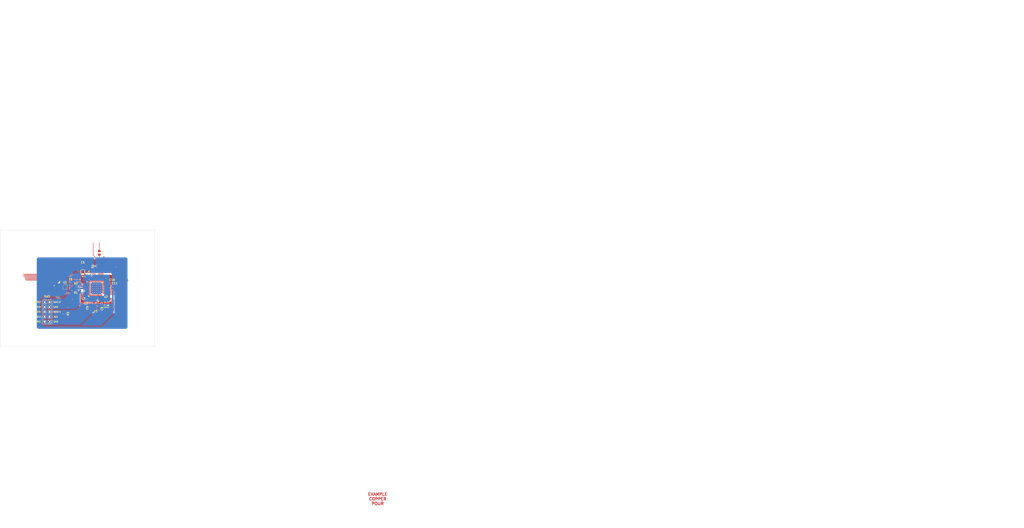
<source format=kicad_pcb>
(kicad_pcb (version 20210925) (generator pcbnew)
  (title_block (title "Joker template") (date "2021-09-11") (rev "V1.0.0") (company "Designed by Gondolindrim") (comment 1 "For the Acheron Project"))
  (layers (0 "F.Cu" signal) (31 "B.Cu" signal) (34 "B.Paste" user) (35 "F.Paste" user) (36 "B.SilkS" user "B.Silkscreen") (37 "F.SilkS" user "F.Silkscreen") (38 "B.Mask" user) (39 "F.Mask" user) (44 "Edge.Cuts" user))
  (net 0 "")
  (net 1 "Net-(C11-Pad2)")
  (net 2 "GND")
  (net 3 "3V3")
  (net 4 "5V")
  (net 5 "XTAL_OUT")
  (net 6 "XTAL_IN")
  (net 7 "SDA")
  (net 8 "SCL")
  (net 9 "D+")
  (net 10 "/PA9")
  (net 11 "unconnected-(U2-Pad2)")
  (net 12 "unconnected-(U2-Pad3)")
  (net 13 "unconnected-(U2-Pad4)")
  (net 14 "NRST")
  (net 15 "unconnected-(U2-Pad10)")
  (net 16 "unconnected-(U2-Pad11)")
  (net 17 "unconnected-(U2-Pad12)")
  (net 18 "unconnected-(U2-Pad13)")
  (net 19 "unconnected-(U2-Pad14)")
  (net 20 "unconnected-(U2-Pad15)")
  (net 21 "LED_PWM")
  (net 22 "unconnected-(U2-Pad17)")
  (net 23 "unconnected-(U2-Pad18)")
  (net 24 "CAPS_INDICATOR")
  (net 25 "PB2{slash}BOOT1")
  (net 26 "unconnected-(U2-Pad21)")
  (net 27 "unconnected-(U2-Pad25)")
  (net 28 "unconnected-(U2-Pad26)")
  (net 29 "unconnected-(U2-Pad27)")
  (net 30 "RGB_3V3")
  (net 31 "unconnected-(U2-Pad29)")
  (net 32 "unconnected-(U2-Pad31)")
  (net 33 "D-")
  (net 34 "SWDIO")
  (net 35 "SWCLK")
  (net 36 "unconnected-(U2-Pad38)")
  (net 37 "unconnected-(U2-Pad39)")
  (net 38 "unconnected-(U2-Pad40)")
  (net 39 "unconnected-(U2-Pad41)")
  (net 40 "BOOT0")
  (net 41 "unconnected-(U2-Pad45)")
  (net 42 "unconnected-(U2-Pad46)")
  (footprint "acheron_Components:TSSOP-8_4.4x3mm_P0.65mm" (layer "F.Cu") (at 224.4 124.499999)
    (fp_text reference "U1" (at 0 -2.45) (layer "F.SilkS") (effects (font (thickness 0.2))))
    (fp_text value "BL24C256A-SFRC")
    (pad "1" smd roundrect locked (at -2.8625 -0.975) (size 1.475 0.4) (layers "F.Cu" "F.Paste" "F.Mask") (roundrect_rratio 0.5) (net 2 "GND"))
    (pad "2" smd rect locked (at -2.8625 -0.325) (size 1.475 0.4) (layers "F.Cu" "F.Paste" "F.Mask") (net 2 "GND"))
    (pad "3" smd rect locked (at -2.8625 0.325) (size 1.475 0.4) (layers "F.Cu" "F.Paste" "F.Mask") (net 2 "GND"))
    (pad "4" smd rect locked (at -2.8625 0.975) (size 1.475 0.4) (layers "F.Cu" "F.Paste" "F.Mask") (net 2 "GND"))
    (pad "5" smd rect locked (at 2.8625 0.975) (size 1.475 0.4) (layers "F.Cu" "F.Paste" "F.Mask") (net 7 "SDA"))
    (pad "6" smd rect locked (at 2.8625 0.325) (size 1.475 0.4) (layers "F.Cu" "F.Paste" "F.Mask") (net 8 "SCL"))
    (pad "7" smd rect locked (at 2.8625 -0.325) (size 1.475 0.4) (layers "F.Cu" "F.Paste" "F.Mask") (net 2 "GND"))
    (pad "8" smd rect locked (at 2.8625 -0.975) (size 1.475 0.4) (layers "F.Cu" "F.Paste" "F.Mask") (net 3 "3V3"))
  )
  (footprint "Capacitor_SMD:C_0402_1005Metric" (layer "F.Cu") (at 237.349972 134.999999 -90)
    (fp_text reference "C9" (at 0.35 1.4 90) (layer "F.SilkS") (effects (font (thickness 0.2))))
    (fp_text value "16p")
    (pad "1" smd roundrect locked (at -0.48 0 270) (size 0.56 0.62) (layers "F.Cu" "F.Paste" "F.Mask") (net 6 "XTAL_IN"))
    (pad "2" smd roundrect locked (at 0.48 0 270) (size 0.56 0.62) (layers "F.Cu" "F.Paste" "F.Mask") (net 2 "GND"))
  )
  (footprint "Capacitor_SMD:C_0402_1005Metric" (layer "F.Cu") (at 247.4 122.6 180)
    (fp_text reference "C11" (at -1.2 0.05) (layer "F.SilkS") (effects (font (thickness 0.2)) (justify left)))
    (fp_text value "4.7u")
    (pad "1" smd roundrect locked (at -0.48 0 180) (size 0.56 0.62) (layers "F.Cu" "F.Paste" "F.Mask") (net 2 "GND"))
    (pad "2" smd roundrect locked (at 0.48 0 180) (size 0.56 0.62) (layers "F.Cu" "F.Paste" "F.Mask") (net 1 "Net-(C11-Pad2)"))
  )
  (footprint "Capacitor_SMD:C_0402_1005Metric" (layer "F.Cu") (at 227.4 121.8 180)
    (fp_text reference "C1" (at 0 1.4) (layer "F.SilkS") (effects (font (thickness 0.2))))
    (fp_text value "100n")
    (pad "1" smd roundrect locked (at -0.48 0 180) (size 0.56 0.62) (layers "F.Cu" "F.Paste" "F.Mask") (net 2 "GND"))
    (pad "2" smd roundrect locked (at 0.48 0 180) (size 0.56 0.62) (layers "F.Cu" "F.Paste" "F.Mask") (net 3 "3V3"))
  )
  (footprint "Resistor_SMD:R_0805_2012Metric" (layer "F.Cu") (at 242.149972 106.800001 -90)
    (fp_text reference "R5" (at 0 -1.8 90) (layer "F.SilkS") (effects (font (thickness 0.2))))
    (fp_text value "0R")
    (pad "1" smd roundrect locked (at -0.9125 0 270) (size 1.025 1.4) (layers "F.Cu" "F.Paste" "F.Mask") (roundrect_rratio 0.243902439) (net 4 "5V"))
    (pad "2" smd roundrect locked (at 0.9125 0 270) (size 1.025 1.4) (layers "F.Cu" "F.Paste" "F.Mask") (roundrect_rratio 0.243902439) (net 10 "/PA9"))
  )
  (footprint "acheron_Components:STM_UFQFPN-48_LQFP-48-1EP_7x7mm_P0.5mm_HandSoldering_ThermalReliefs" (layer "F.Cu") (at 240.749972 125.149999 90)
    (fp_text reference "U2" (at -4.4 4.8 180) (layer "F.SilkS") (effects (font (thickness 0.2))))
    (fp_text value "STM32F411CEU6")
    (pad "1" smd roundrect locked (at -4 -2.75 90) (size 1.8 0.3) (layers "F.Cu" "F.Paste" "F.Mask") (roundrect_rratio 0.5) (net 3 "3V3"))
    (pad "2" smd rect locked (at -4 -2.25 90) (size 1.8 0.3) (layers "F.Cu" "F.Paste" "F.Mask") (net 11 "unconnected-(U2-Pad2)"))
    (pad "3" smd rect locked (at -4 -1.75 90) (size 1.8 0.3) (layers "F.Cu" "F.Paste" "F.Mask") (net 12 "unconnected-(U2-Pad3)"))
    (pad "4" smd rect locked (at -4 -1.25 90) (size 1.8 0.3) (layers "F.Cu" "F.Paste" "F.Mask") (net 13 "unconnected-(U2-Pad4)"))
    (pad "5" smd rect locked (at -4 -0.75 90) (size 1.8 0.3) (layers "F.Cu" "F.Paste" "F.Mask") (net 6 "XTAL_IN"))
    (pad "6" smd rect locked (at -4 -0.25 90) (size 1.8 0.3) (layers "F.Cu" "F.Paste" "F.Mask") (net 5 "XTAL_OUT"))
    (pad "7" smd rect locked (at -4 0.25 90) (size 1.8 0.3) (layers "F.Cu" "F.Paste" "F.Mask") (net 14 "NRST"))
    (pad "8" smd rect locked (at -4 0.75 90) (size 1.8 0.3) (layers "F.Cu" "F.Paste" "F.Mask") (net 2 "GND"))
    (pad "9" smd rect locked (at -4 1.25 90) (size 1.8 0.3) (layers "F.Cu" "F.Paste" "F.Mask") (net 3 "3V3"))
    (pad "10" smd rect locked (at -4 1.75 90) (size 1.8 0.3) (layers "F.Cu" "F.Paste" "F.Mask") (net 15 "unconnected-(U2-Pad10)"))
    (pad "11" smd rect locked (at -4 2.25 90) (size 1.8 0.3) (layers "F.Cu" "F.Paste" "F.Mask") (net 16 "unconnected-(U2-Pad11)"))
    (pad "12" smd rect locked (at -4 2.75 90) (size 1.8 0.3) (layers "F.Cu" "F.Paste" "F.Mask") (net 17 "unconnected-(U2-Pad12)"))
    (pad "13" smd rect locked (at -2.75 4 180) (size 1.8 0.3) (layers "F.Cu" "F.Paste" "F.Mask") (net 18 "unconnected-(U2-Pad13)"))
    (pad "14" smd rect locked (at -2.25 4 180) (size 1.8 0.3) (layers "F.Cu" "F.Paste" "F.Mask") (net 19 "unconnected-(U2-Pad14)"))
    (pad "15" smd rect locked (at -1.75 4 180) (size 1.8 0.3) (layers "F.Cu" "F.Paste" "F.Mask") (net 20 "unconnected-(U2-Pad15)"))
    (pad "16" smd rect locked (at -1.25 4 180) (size 1.8 0.3) (layers "F.Cu" "F.Paste" "F.Mask") (net 21 "LED_PWM"))
    (pad "17" smd rect locked (at -0.75 4 180) (size 1.8 0.3) (layers "F.Cu" "F.Paste" "F.Mask") (net 22 "unconnected-(U2-Pad17)"))
    (pad "18" smd rect locked (at -0.25 4 180) (size 1.8 0.3) (layers "F.Cu" "F.Paste" "F.Mask") (net 23 "unconnected-(U2-Pad18)"))
    (pad "19" smd rect locked (at 0.25 4 180) (size 1.8 0.3) (layers "F.Cu" "F.Paste" "F.Mask") (net 24 "CAPS_INDICATOR"))
    (pad "20" smd rect locked (at 0.75 4 180) (size 1.8 0.3) (layers "F.Cu" "F.Paste" "F.Mask") (net 25 "PB2{slash}BOOT1"))
    (pad "21" smd rect locked (at 1.25 4 180) (size 1.8 0.3) (layers "F.Cu" "F.Paste" "F.Mask") (net 26 "unconnected-(U2-Pad21)"))
    (pad "22" smd rect locked (at 1.75 4 180) (size 1.8 0.3) (layers "F.Cu" "F.Paste" "F.Mask") (net 1 "Net-(C11-Pad2)"))
    (pad "23" smd rect locked (at 2.25 4 180) (size 1.8 0.3) (layers "F.Cu" "F.Paste" "F.Mask") (net 2 "GND"))
    (pad "24" smd rect locked (at 2.75 4 180) (size 1.8 0.3) (layers "F.Cu" "F.Paste" "F.Mask") (net 3 "3V3"))
    (pad "25" smd rect locked (at 4 2.75 90) (size 1.8 0.3) (layers "F.Cu" "F.Paste" "F.Mask") (net 27 "unconnected-(U2-Pad25)"))
    (pad "26" smd rect locked (at 4 2.25 90) (size 1.8 0.3) (layers "F.Cu" "F.Paste" "F.Mask") (net 28 "unconnected-(U2-Pad26)"))
    (pad "27" smd rect locked (at 4 1.75 90) (size 1.8 0.3) (layers "F.Cu" "F.Paste" "F.Mask") (net 29 "unconnected-(U2-Pad27)"))
    (pad "28" smd rect locked (at 4 1.25 90) (size 1.8 0.3) (layers "F.Cu" "F.Paste" "F.Mask") (net 30 "RGB_3V3"))
    (pad "29" smd rect locked (at 4 0.75 90) (size 1.8 0.3) (layers "F.Cu" "F.Paste" "F.Mask") (net 31 "unconnected-(U2-Pad29)"))
    (pad "30" smd rect locked (at 4 0.25 90) (size 1.8 0.3) (layers "F.Cu" "F.Paste" "F.Mask") (net 10 "/PA9"))
    (pad "31" smd rect locked (at 4 -0.25 90) (size 1.8 0.3) (layers "F.Cu" "F.Paste" "F.Mask") (net 32 "unconnected-(U2-Pad31)"))
    (pad "32" smd rect locked (at 4 -0.75 90) (size 1.8 0.3) (layers "F.Cu" "F.Paste" "F.Mask") (net 33 "D-"))
    (pad "33" smd rect locked (at 4 -1.25 90) (size 1.8 0.3) (layers "F.Cu" "F.Paste" "F.Mask") (net 9 "D+"))
    (pad "34" smd rect locked (at 4 -1.75 90) (size 1.8 0.3) (layers "F.Cu" "F.Paste" "F.Mask") (net 34 "SWDIO"))
    (pad "35" smd rect locked (at 4 -2.25 90) (size 1.8 0.3) (layers "F.Cu" "F.Paste" "F.Mask") (net 2 "GND"))
    (pad "36" smd rect locked (at 4 -2.75 90) (size 1.8 0.3) (layers "F.Cu" "F.Paste" "F.Mask") (net 3 "3V3"))
    (pad "37" smd rect locked (at 2.75 -4 180) (size 1.8 0.3) (layers "F.Cu" "F.Paste" "F.Mask") (net 35 "SWCLK"))
    (pad "38" smd rect locked (at 2.25 -4 180) (size 1.8 0.3) (layers "F.Cu" "F.Paste" "F.Mask") (net 36 "unconnected-(U2-Pad38)"))
    (pad "39" smd rect locked (at 1.75 -4 180) (size 1.8 0.3) (layers "F.Cu" "F.Paste" "F.Mask") (net 37 "unconnected-(U2-Pad39)"))
    (pad "40" smd rect locked (at 1.25 -4 180) (size 1.8 0.3) (layers "F.Cu" "F.Paste" "F.Mask") (net 38 "unconnected-(U2-Pad40)"))
    (pad "41" smd rect locked (at 0.75 -4 180) (size 1.8 0.3) (layers "F.Cu" "F.Paste" "F.Mask") (net 39 "unconnected-(U2-Pad41)"))
    (pad "42" smd rect locked (at 0.25 -4 180) (size 1.8 0.3) (layers "F.Cu" "F.Paste" "F.Mask") (net 8 "SCL"))
    (pad "43" smd rect locked (at -0.25 -4 180) (size 1.8 0.3) (layers "F.Cu" "F.Paste" "F.Mask") (net 7 "SDA"))
    (pad "44" smd rect locked (at -0.75 -4 180) (size 1.8 0.3) (layers "F.Cu" "F.Paste" "F.Mask") (net 40 "BOOT0"))
    (pad "45" smd rect locked (at -1.25 -4 180) (size 1.8 0.3) (layers "F.Cu" "F.Paste" "F.Mask") (net 41 "unconnected-(U2-Pad45)"))
    (pad "46" smd rect locked (at -1.75 -4 180) (size 1.8 0.3) (layers "F.Cu" "F.Paste" "F.Mask") (net 42 "unconnected-(U2-Pad46)"))
    (pad "47" smd rect locked (at -2.25 -4 180) (size 1.8 0.3) (layers "F.Cu" "F.Paste" "F.Mask") (net 2 "GND"))
    (pad "47" thru_hole circle (at 2 1 90) (size 0.6 0.6) (drill 0.3) (layers *.Cu "F.Mask") (net 2 "GND"))
    (pad "47" thru_hole circle (at -2 1 90) (size 0.6 0.6) (drill 0.3) (layers *.Cu "F.Mask") (net 2 "GND"))
    (pad "47" thru_hole circle (at -1 1 90) (size 0.6 0.6) (drill 0.3) (layers *.Cu "F.Mask") (net 2 "GND"))
    (pad "47" thru_hole circle (at 0 2 90) (size 0.6 0.6) (drill 0.3) (layers *.Cu "F.Mask") (net 2 "GND"))
    (pad "47" thru_hole circle (at 0 -2 90) (size 0.6 0.6) (drill 0.3) (layers *.Cu "F.Mask") (net 2 "GND"))
    (pad "47" thru_hole circle (at -2 -2 90) (size 0.6 0.6) (drill 0.3) (layers *.Cu "F.Mask") (net 2 "GND"))
    (pad "47" thru_hole circle (at 0 -1 90) (size 0.6 0.6) (drill 0.3) (layers *.Cu "F.Mask") (net 2 "GND"))
    (pad "47" thru_hole circle (at 2 -2 90) (size 0.6 0.6) (drill 0.3) (layers *.Cu "F.Mask") (net 2 "GND"))
    (pad "47" thru_hole circle (at -1 2 90) (size 0.6 0.6) (drill 0.3) (layers *.Cu "F.Mask") (net 2 "GND"))
    (pad "47" smd rect locked (at 0 0 90) (size 5.2 5.2) (layers "F.Cu" "F.Mask") (net 2 "GND"))
    (pad "47" thru_hole circle (at -2 -1 90) (size 0.6 0.6) (drill 0.3) (layers *.Cu "F.Mask") (net 2 "GND"))
    (pad "47" thru_hole circle (at 2 -1 90) (size 0.6 0.6) (drill 0.3) (layers *.Cu "F.Mask") (net 2 "GND"))
    (pad "47" thru_hole circle (at -1 -1 90) (size 0.6 0.6) (drill 0.3) (layers *.Cu "F.Mask") (net 2 "GND"))
    (pad "47" thru_hole circle (at 1 -2 90) (size 0.6 0.6) (drill 0.3) (layers *.Cu "F.Mask") (net 2 "GND"))
    (pad "47" thru_hole circle (at 1 -1 90) (size 0.6 0.6) (drill 0.3) (layers *.Cu "F.Mask") (net 2 "GND"))
    (pad "47" thru_hole circle (at 1 0 90) (size 0.6 0.6) (drill 0.3) (layers *.Cu "F.Mask") (net 2 "GND"))
    (pad "47" thru_hole circle (at 2 0 90) (size 0.6 0.6) (drill 0.3) (layers *.Cu "F.Mask") (net 2 "GND"))
    (pad "47" thru_hole circle (at 1 1 90) (size 0.6 0.6) (drill 0.3) (layers *.Cu "F.Mask") (net 2 "GND"))
    (pad "47" thru_hole circle (at -2 2 90) (size 0.6 0.6) (drill 0.3) (layers *.Cu "F.Mask") (net 2 "GND"))
    (pad "47" thru_hole circle (at 2 2 90) (size 0.6 0.6) (drill 0.3) (layers *.Cu "F.Mask") (net 2 "GND"))
    (pad "47" thru_hole circle (at 0 1 90) (size 0.6 0.6) (drill 0.3) (layers *.Cu "F.Mask") (net 2 "GND"))
    (pad "47" thru_hole circle (at 0 0 90) (size 0.6 0.6) (drill 0.3) (layers *.Cu "F.Mask") (net 2 "GND"))
    (pad "47" thru_hole circle (at -2 0 90) (size 0.6 0.6) (drill 0.3) (layers *.Cu "F.Mask") (net 2 "GND"))
    (pad "47" thru_hole circle (at -1 -2 90) (size 0.6 0.6) (drill 0.3) (layers *.Cu "F.Mask") (net 2 "GND"))
    (pad "47" thru_hole circle (at -1 0 90) (size 0.6 0.6) (drill 0.3) (layers *.Cu "F.Mask") (net 2 "GND"))
    (pad "47" thru_hole circle (at 1 2 90) (size 0.6 0.6) (drill 0.3) (layers *.Cu "F.Mask") (net 2 "GND"))
    (pad "48" smd rect locked (at -2.75 -4 180) (size 1.8 0.3) (layers "F.Cu" "F.Paste" "F.Mask") (net 3 "3V3"))
  )
  (footprint "acheron_Connectors:PinHeader_2x5_P2.54mm_Vertical_Staggered" (layer "F.Cu") (at 215.112972 137.382999)
    (fp_text reference "X1" hide)
    (fp_text value "ARM JTAG" hide)
    (pad "1" thru_hole rect (at -1.2065 -5.08) (size 1.524 1.524) (drill 0.762) (layers *.Cu *.Mask) (net 34 "SWDIO"))
    (pad "2" thru_hole oval (at 1.3335 -5.08) (size 1.524 1.524) (drill 0.762) (layers *.Cu *.Mask) (net 35 "SWCLK"))
    (pad "3" thru_hole oval (at -1.3335 -2.54) (size 1.524 1.524) (drill 0.762) (layers *.Cu *.Mask) (net 2 "GND"))
    (pad "4" thru_hole oval (at 1.2065 -2.54) (size 1.524 1.524) (drill 0.762) (layers *.Cu *.Mask) (net 2 "GND"))
    (pad "5" thru_hole oval (at -1.2065 0) (size 1.524 1.524) (drill 0.762) (layers *.Cu *.Mask) (net 40 "BOOT0"))
    (pad "6" thru_hole oval (at 1.3335 0) (size 1.524 1.524) (drill 0.762) (layers *.Cu *.Mask) (net 25 "PB2{slash}BOOT1"))
    (pad "7" thru_hole oval (at -1.3335 2.54) (size 1.524 1.524) (drill 0.762) (layers *.Cu *.Mask) (net 3 "3V3"))
    (pad "8" thru_hole oval (at 1.2065 2.54) (size 1.524 1.524) (drill 0.762) (layers *.Cu *.Mask) (net 3 "3V3"))
    (pad "9" thru_hole oval (at -1.2065 5.08) (size 1.524 1.524) (drill 0.762) (layers *.Cu *.Mask) (net 14 "NRST"))
    (pad "10" thru_hole oval (at 1.3335 5.08) (size 1.524 1.524) (drill 0.762) (layers *.Cu *.Mask) (net 2 "GND"))
  )
  (footprint "Capacitor_SMD:C_0402_1005Metric" (layer "F.Cu") (at 245.979971 120.8 180)
    (fp_text reference "C10" (at -1.2 0) (layer "F.SilkS") (effects (font (thickness 0.2)) (justify left)))
    (fp_text value "100n")
    (pad "1" smd roundrect locked (at -0.48 0 180) (size 0.56 0.62) (layers "F.Cu" "F.Paste" "F.Mask") (net 2 "GND"))
    (pad "2" smd roundrect locked (at 0.48 0 180) (size 0.56 0.62) (layers "F.Cu" "F.Paste" "F.Mask") (net 3 "3V3"))
  )
  (footprint "Capacitor_SMD:C_0402_1005Metric" (layer "F.Cu") (at 235.249972 131.749999 180)
    (fp_text reference "C2" (at 0 -1.3 180) (layer "F.SilkS") (effects (font (thickness 0.2))))
    (fp_text value "100n")
    (pad "1" smd roundrect locked (at -0.48 0 180) (size 0.56 0.62) (layers "F.Cu" "F.Paste" "F.Mask") (net 3 "3V3"))
    (pad "2" smd roundrect locked (at 0.48 0 180) (size 0.56 0.62) (layers "F.Cu" "F.Paste" "F.Mask") (net 2 "GND"))
  )
  (footprint "acheron_Components:CP_EIA-3216-10_Kemet-I_Pad1.58x1.35mm_HandSolder" (layer "F.Cu") (at 233.549972 115.149999 90)
    (fp_text reference "C5" (at 3.4 0 180) (layer "F.SilkS") (effects (font (thickness 0.2))))
    (fp_text value "10u")
    (pad "1" smd roundrect (at -1.4375 0 90) (size 1.575 1.35) (layers "F.Cu" "F.Paste" "F.Mask") (roundrect_rratio 0.185185) (net 3 "3V3"))
    (pad "2" smd roundrect (at 1.4375 0 90) (size 1.575 1.35) (layers "F.Cu" "F.Paste" "F.Mask") (roundrect_rratio 0.185185) (net 2 "GND"))
  )
  (footprint "Capacitor_SMD:C_0402_1005Metric" (layer "F.Cu") (at 246.649972 132.229999 -90)
    (fp_text reference "C6" (at 1.15 0 90) (layer "F.SilkS") (effects (font (thickness 0.2)) (justify right)))
    (fp_text value "1u")
    (pad "1" smd roundrect locked (at -0.48 0 270) (size 0.56 0.62) (layers "F.Cu" "F.Paste" "F.Mask") (net 3 "3V3"))
    (pad "2" smd roundrect locked (at 0.48 0 270) (size 0.56 0.62) (layers "F.Cu" "F.Paste" "F.Mask") (net 2 "GND"))
  )
  (footprint "acheron_Components:Crystal_SMD_3225-4Pin_3.2x2.5mm" (layer "F.Cu") (at 240.437472 134.399999 180)
    (fp_text reference "Y1" (at 0 -2.6) (layer "F.SilkS") (effects (font (thickness 0.2))))
    (fp_text value "7325-0800A2010-00")
    (pad "1" smd rect locked (at -1.1 0.85 180) (size 1.4 1.2) (layers "F.Cu" "F.Paste" "F.Mask") (net 5 "XTAL_OUT"))
    (pad "2" smd rect locked (at 1.1 0.85 180) (size 1.4 1.2) (layers "F.Cu" "F.Paste" "F.Mask") (net 2 "GND"))
    (pad "3" smd rect locked (at 1.1 -0.85 180) (size 1.4 1.2) (layers "F.Cu" "F.Paste" "F.Mask") (net 6 "XTAL_IN"))
    (pad "4" smd rect locked (at -1.1 -0.85 180) (size 1.4 1.2) (layers "F.Cu" "F.Paste" "F.Mask") (net 2 "GND"))
  )
  (footprint "Capacitor_SMD:C_0402_1005Metric" (layer "F.Cu") (at 233.949972 129.149999 180)
    (fp_text reference "C3" (at 0 -1.4) (layer "F.SilkS") (effects (font (thickness 0.2))))
    (fp_text value "100n")
    (pad "1" smd roundrect locked (at -0.48 0 180) (size 0.56 0.62) (layers "F.Cu" "F.Paste" "F.Mask") (net 3 "3V3"))
    (pad "2" smd roundrect locked (at 0.48 0 180) (size 0.56 0.62) (layers "F.Cu" "F.Paste" "F.Mask") (net 2 "GND"))
  )
  (footprint "Capacitor_SMD:C_0402_1005Metric" (layer "F.Cu") (at 243.549972 133.479999 -90)
    (fp_text reference "C8" (at 1.12 0 90) (layer "F.SilkS") (effects (font (thickness 0.2)) (justify right)))
    (fp_text value "16p")
    (pad "1" smd roundrect locked (at -0.48 0 270) (size 0.56 0.62) (layers "F.Cu" "F.Paste" "F.Mask") (net 5 "XTAL_OUT"))
    (pad "2" smd roundrect locked (at 0.48 0 270) (size 0.56 0.62) (layers "F.Cu" "F.Paste" "F.Mask") (net 2 "GND"))
  )
  (footprint "Resistor_SMD:R_0402_1005Metric" (layer "F.Cu") (at 230 126.149999 180)
    (fp_text reference "R1" (at 0 -1.35) (layer "F.SilkS") (effects (font (thickness 0.2))))
    (fp_text value "1.5k")
    (pad "1" smd roundrect locked (at -0.51 0 180) (size 0.54 0.64) (layers "F.Cu" "F.Paste" "F.Mask") (net 3 "3V3"))
    (pad "2" smd roundrect locked (at 0.51 0 180) (size 0.54 0.64) (layers "F.Cu" "F.Paste" "F.Mask") (net 7 "SDA"))
  )
  (footprint "Resistor_SMD:R_0402_1005Metric" (layer "F.Cu") (at 238.749973 116.000001 90)
    (fp_text reference "R4" (at 2.2 0 90) (layer "F.SilkS") (effects (font (thickness 0.2))))
    (fp_text value "1.5k")
    (pad "1" smd roundrect locked (at -0.51 0 90) (size 0.54 0.64) (layers "F.Cu" "F.Paste" "F.Mask") (net 3 "3V3"))
    (pad "2" smd roundrect locked (at 0.51 0 90) (size 0.54 0.64) (layers "F.Cu" "F.Paste" "F.Mask") (net 9 "D+"))
  )
  (footprint "Resistor_SMD:R_0402_1005Metric" (layer "F.Cu") (at 230 124.149999 180)
    (fp_text reference "R2" (at 0 1.4) (layer "F.SilkS") (effects (font (thickness 0.2))))
    (fp_text value "1.5k")
    (pad "1" smd roundrect locked (at -0.51 0 180) (size 0.54 0.64) (layers "F.Cu" "F.Paste" "F.Mask") (net 3 "3V3"))
    (pad "2" smd roundrect locked (at 0.51 0 180) (size 0.54 0.64) (layers "F.Cu" "F.Paste" "F.Mask") (net 8 "SCL"))
  )
  (footprint "Resistor_SMD:R_0805_2012Metric" (layer "F.Cu") (at 223.949972 138.349999 -90)
    (fp_text reference "R3" (at 0 -2 90) (layer "F.SilkS") (effects (font (thickness 0.2))))
    (fp_text value "10k")
    (pad "1" smd roundrect locked (at -0.9125 0 270) (size 1.025 1.4) (layers "F.Cu" "F.Paste" "F.Mask") (roundrect_rratio 0.243902) (net 25 "PB2{slash}BOOT1"))
    (pad "2" smd roundrect locked (at 0.9125 0 270) (size 1.025 1.4) (layers "F.Cu" "F.Paste" "F.Mask") (roundrect_rratio 0.243902) (net 2 "GND"))
  )
  (footprint "Capacitor_SMD:C_0402_1005Metric" (layer "F.Cu") (at 236.749972 119.149999 -90)
    (fp_text reference "C4" (at -1.2 0 90) (layer "F.SilkS") (effects (font (thickness 0.2)) (justify left)))
    (fp_text value "100n")
    (pad "1" smd roundrect locked (at -0.48 0 270) (size 0.56 0.62) (layers "F.Cu" "F.Paste" "F.Mask") (net 2 "GND"))
    (pad "2" smd roundrect locked (at 0.48 0 270) (size 0.56 0.62) (layers "F.Cu" "F.Paste" "F.Mask") (net 3 "3V3"))
  )
  (footprint "Capacitor_SMD:C_0402_1005Metric" (layer "F.Cu") (at 245.149972 132.229999 -90)
    (fp_text reference "C7" (at 1.15 0 90) (layer "F.SilkS") (effects (font (thickness 0.2)) (justify right)))
    (fp_text value "10n")
    (pad "1" smd roundrect locked (at -0.48 0 270) (size 0.56 0.62) (layers "F.Cu" "F.Paste" "F.Mask") (net 3 "3V3"))
    (pad "2" smd roundrect locked (at 0.48 0 270) (size 0.56 0.62) (layers "F.Cu" "F.Paste" "F.Mask") (net 2 "GND"))
  )
  (gr_line (start 270.749972 95.149999) (end 270.749972 155.149999) (layer "Edge.Cuts") (width 0.1))
  (gr_line (start 270.749972 155.149999) (end 190.749972 155.149999) (layer "Edge.Cuts") (width 0.1))
  (gr_line (start 190.749972 95.149999) (end 270.749972 95.149999) (layer "Edge.Cuts") (width 0.1))
  (gr_line (start 190.749972 155.149999) (end 190.749972 95.149999) (layer "Edge.Cuts") (width 0.1))
  (gr_text "EXAMPLE\nCOPPER\nPOUR" (at 386.349973 234.300001) (layer "F.Cu") (effects (font (size 1.5 1.5) (thickness 0.3))))
  (gr_text "nRST" (at 211.937972 142.462998) (layer "F.SilkS") (effects (font (size 0.8 0.8) (thickness 0.16)) (justify right)))
  (gr_text "3V3" (at 218.287972 139.922999) (layer "F.SilkS") (effects (font (size 0.8 0.8) (thickness 0.16)) (justify left)))
  (gr_text "SWD" (at 215.112972 129.382999) (layer "F.SilkS") (effects (font (size 1 1) (thickness 0.2))))
  (gr_text "GND" (at 218.287972 134.842999) (layer "F.SilkS") (effects (font (size 0.8 0.8) (thickness 0.16)) (justify left)))
  (gr_text "GND" (at 211.937972 134.842999) (layer "F.SilkS") (effects (font (size 0.8 0.8) (thickness 0.16)) (justify right)))
  (gr_text "SWDIO" (at 211.937972 132.303) (layer "F.SilkS") (effects (font (size 0.8 0.8) (thickness 0.16)) (justify right)))
  (gr_text "GND" (at 218.287972 142.462998) (layer "F.SilkS") (effects (font (size 0.8 0.8) (thickness 0.16)) (justify left)))
  (gr_text "BOOT0" (at 211.937972 137.382999) (layer "F.SilkS") (effects (font (size 0.8 0.8) (thickness 0.16)) (justify right)))
  (gr_text "3V3" (at 211.937972 139.922999) (layer "F.SilkS") (effects (font (size 0.8 0.8) (thickness 0.16)) (justify right)))
  (gr_text "BOOT1" (at 218.287972 137.382999) (layer "F.SilkS") (effects (font (size 0.8 0.8) (thickness 0.16)) (justify left)))
  (gr_text "SWCLK" (at 218.287972 132.303) (layer "F.SilkS") (effects (font (size 0.8 0.8) (thickness 0.16)) (justify left)))
  (segment (start 246.120001 123.399999) (end 246.92 122.6) (width 0.2) (layer "F.Cu") (net 1))
  (segment (start 244.749972 123.399999) (end 246.120001 123.399999) (width 0.2) (layer "F.Cu") (net 1))
  (segment (start 241.499972 129.149999) (end 241.499972 127.099999) (width 0.2) (layer "F.Cu") (net 2))
  (segment (start 244.749972 122.899999) (end 242.699972 122.899999) (width 0.2) (layer "F.Cu") (net 2))
  (segment (start 238.499972 121.149999) (end 238.499972 123.199999) (width 0.2) (layer "F.Cu") (net 2))
  (segment (start 236.749972 127.399999) (end 238.799972 127.399999) (width 0.2) (layer "F.Cu") (net 2))
  (segment (start 239.567472 133.119999) (end 239.587472 133.099999) (width 0.2) (layer "F.Cu") (net 2))
  (via (at 249.27497 124.599999) (size 0.6) (drill 0.3) (layers "F.Cu" "B.Cu") (net 2))
  (via (at 228.349972 130.749999) (size 0.6) (drill 0.3) (layers "F.Cu" "B.Cu") (net 2))
  (via (at 230.6 118.6) (size 0.6) (drill 0.3) (layers "F.Cu" "B.Cu") (net 2))
  (via (at 227.949972 126.299999) (size 0.6) (drill 0.3) (layers "F.Cu" "B.Cu") (net 2))
  (via (at 250.749972 114.149999) (size 0.6) (drill 0.3) (layers "F.Cu" "B.Cu") (net 2))
  (via (at 218.8 123.800001) (size 1) (drill 0.5) (layers "F.Cu" "B.Cu") (net 2))
  (via (at 238.349972 114.399999) (size 0.6) (drill 0.3) (layers "F.Cu" "B.Cu") (net 2))
  (via (at 240.949972 112.799999) (size 0.6) (drill 0.3) (layers "F.Cu" "B.Cu") (net 2))
  (via (at 238.349972 112.799999) (size 0.6) (drill 0.3) (layers "F.Cu" "B.Cu") (net 2))
  (via (at 237.4 136.6) (size 0.6) (drill 0.3) (layers "F.Cu" "B.Cu") (net 2))
  (via (at 242 136.8) (size 0.6) (drill 0.3) (layers "F.Cu" "B.Cu") (net 2))
  (via (at 225.749972 135.149999) (size 0.6) (drill 0.3) (layers "F.Cu" "B.Cu") (net 2))
  (via (at 240.949972 114.399999) (size 0.6) (drill 0.3) (layers "F.Cu" "B.Cu") (net 2))
  (segment (start 236.149972 129.149999) (end 234.429972 129.149999) (width 0.2) (layer "F.Cu") (net 3))
  (segment (start 234.429972 129.149999) (end 234.429972 130.149999) (width 0.2) (layer "F.Cu") (net 3))
  (segment (start 236.749972 119.629999) (end 237.529972 119.629999) (width 0.2) (layer "F.Cu") (net 3))
  (segment (start 236.539948 131.749999) (end 237.999972 130.289975) (width 0.2) (layer "F.Cu") (net 3))
  (segment (start 245.499971 120.8) (end 245.499971 119.949999) (width 0.2) (layer "F.Cu") (net 3))
  (segment (start 241.999972 129.149999) (end 241.999972 130.495017) (width 0.2) (layer "F.Cu") (net 3))
  (segment (start 234.749972 119.149999) (end 234.749972 117.787499) (width 0.5) (layer "F.Cu") (net 3))
  (segment (start 236.749972 128.549999) (end 236.149972 129.149999) (width 0.2) (layer "F.Cu") (net 3))
  (segment (start 235.729972 130.749999) (end 235.729972 131.749999) (width 0.2) (layer "F.Cu") (net 3))
  (segment (start 235.729972 131.749999) (end 236.539948 131.749999) (width 0.2) (layer "F.Cu") (net 3))
  (segment (start 226.92 121.8) (end 226.92 121.28) (width 0.2) (layer "F.Cu") (net 3))
  (segment (start 237.529972 119.629999) (end 237.999972 120.099999) (width 0.2) (layer "F.Cu") (net 3))
  (segment (start 226.92 121.8) (end 226.92 123.4) (width 0.2) (layer "F.Cu") (net 3))
  (segment (start 246.649972 131.749999) (end 247.649972 131.749999) (width 0.2) (layer "F.Cu") (net 3))
  (segment (start 237.999972 130.289975) (end 237.999972 129.149999) (width 0.2) (layer "F.Cu") (net 3))
  (segment (start 233.549972 116.587499) (end 232.187472 116.587499) (width 0.5) (layer "F.Cu") (net 3))
  (segment (start 236.779972 119.629999) (end 236.779972 120.549999) (width 0.2) (layer "F.Cu") (net 3))
  (segment (start 234.749972 117.787499) (end 233.549972 116.587499) (width 0.5) (layer "F.Cu") (net 3))
  (segment (start 236.749972 127.899999) (end 236.749972 128.549999) (width 0.2) (layer "F.Cu") (net 3))
  (segment (start 244.749972 122.399999) (end 244.749972 121.549999) (width 0.2) (layer "F.Cu") (net 3))
  (segment (start 238.900472 116.6605) (end 238.749973 116.510001) (width 0.2) (layer "F.Cu") (net 3))
  (segment (start 244.89853 131.498557) (end 246.39853 131.498557) (width 0.2) (layer "F.Cu") (net 3))
  (segment (start 244.89853 131.498557) (end 245.149972 131.749999) (width 0.2) (layer "F.Cu") (net 3))
  (segment (start 238.900472 117.400001) (end 238.900472 116.6605) (width 0.2) (layer "F.Cu") (net 3))
  (segment (start 245.499971 120.8) (end 244.749972 121.549999) (width 0.2) (layer "F.Cu") (net 3))
  (segment (start 243.003512 131.498557) (end 244.89853 131.498557) (width 0.2) (layer "F.Cu") (net 3))
  (segment (start 232.187472 116.587499) (end 230.149972 114.549999) (width 0.5) (layer "F.Cu") (net 3))
  (segment (start 246.39853 131.498557) (end 246.649972 131.749999) (width 0.2) (layer "F.Cu") (net 3))
  (segment (start 237.999972 121.149999) (end 237.999972 120.099999) (width 0.2) (layer "F.Cu") (net 3))
  (segment (start 241.999972 130.495017) (end 243.003512 131.498557) (width 0.2) (layer "F.Cu") (net 3))
  (segment (start 230.149972 114.549999) (end 230.149972 111.549999) (width 0.5) (layer "F.Cu") (net 3))
  (segment (start 226.92 121.28) (end 227.6 120.6) (width 0.2) (layer "F.Cu") (net 3))
  (segment (start 230.51 124.149999) (end 231.349972 124.149999) (width 0.2) (layer "F.Cu") (net 3))
  (segment (start 236.199972 127.899999) (end 236.749972 127.899999) (width 0.2) (layer "F.Cu") (net 3))
  (segment (start 230.51 126.099999) (end 231.4 126.099999) (width 0.2) (layer "F.Cu") (net 3))
  (via (at 234.429972 130.149999) (size 0.6) (drill 0.3) (layers "F.Cu" "B.Cu") (net 3))
  (via (at 247.649972 131.749999) (size 0.6) (drill 0.3) (layers "F.Cu" "B.Cu") (net 3))
  (via (at 236.779972 120.549999) (size 0.6) (drill 0.3) (layers "F.Cu" "B.Cu") (net 3))
  (via (at 235.729972 130.749999) (size 0.6) (drill 0.3) (layers "F.Cu" "B.Cu") (net 3))
  (via (at 231.349972 124.149999) (size 0.6) (drill 0.3) (layers "F.Cu" "B.Cu") (net 3))
  (via (at 245.499971 119.949999) (size 0.6) (drill 0.3) (layers "F.Cu" "B.Cu") (net 3))
  (via (at 234.749972 119.149999) (size 1) (drill 0.5) (layers "F.Cu" "B.Cu") (net 3))
  (via (at 227.6 120.6) (size 0.6) (drill 0.3) (layers "F.Cu" "B.Cu") (net 3))
  (via (at 231.4 126.099999) (size 0.6) (drill 0.3) (layers "F.Cu" "B.Cu") (net 3))
  (via (at 238.900472 117.400001) (size 0.6) (drill 0.3) (layers "F.Cu" "B.Cu") (net 3))
  (segment (start 211.957972 131.157999) (end 211.957972 138.101499) (width 0.2) (layer "B.Cu") (net 3))
  (segment (start 237.000453 116.40048) (end 229.384486 116.400479) (width 0.2) (layer "B.Cu") (net 3))
  (segment (start 238.900472 117.400001) (end 238.900472 118.300499) (width 0.2) (layer "B.Cu") (net 3))
  (segment (start 216.319472 139.922999) (end 213.779472 139.922999) (width 0.2) (layer "B.Cu") (net 3))
  (segment (start 211.957972 138.101499) (end 213.779472 139.922999) (width 0.2) (layer "B.Cu") (net 3))
  (segment (start 232.35 125.149999) (end 234.149972 125.149999) (width 0.5) (layer "B.Cu") (net 3))
  (segment (start 225.950453 119.834512) (end 225.950453 126.965518) (width 0.2) (layer "B.Cu") (net 3))
  (segment (start 229.384486 116.400479) (end 225.950453 119.834512) (width 0.2) (layer "B.Cu") (net 3))
  (segment (start 225.950453 126.965518) (end 223.357972 129.557999) (width 0.2) (layer "B.Cu") (net 3))
  (segment (start 238.900472 118.300499) (end 237.000453 116.40048) (width 0.2) (layer "B.Cu") (net 3))
  (segment (start 247.649972 131.749999) (end 247.249972 131.349999) (width 0.5) (layer "B.Cu") (net 3))
  (segment (start 231.4 126.099999) (end 232.35 125.149999) (width 0.5) (layer "B.Cu") (net 3))
  (segment (start 213.557972 129.557999) (end 211.957972 131.157999) (width 0.2) (layer "B.Cu") (net 3))
  (segment (start 231.349972 124.149999) (end 234.149972 124.149999) (width 0.5) (layer "B.Cu") (net 3))
  (segment (start 227.6 120.6) (end 234.349972 120.599999) (width 0.2) (layer "B.Cu") (net 3))
  (segment (start 223.357972 129.557999) (end 213.557972 129.557999) (width 0.2) (layer "B.Cu") (net 3))
  (segment (start 242.149972 105.874999) (end 242.149972 101.450028) (width 0.2) (layer "F.Cu") (net 4))
  (segment (start 240.499972 129.149999) (end 240.499972 132.512499) (width 0.2) (layer "F.Cu") (net 5))
  (segment (start 242.087472 132.999999) (end 241.537472 133.549999) (width 0.2) (layer "F.Cu") (net 5))
  (segment (start 243.549972 132.999999) (end 242.087472 132.999999) (width 0.2) (layer "F.Cu") (net 5))
  (segment (start 240.499972 132.512499) (end 241.537472 133.549999) (width 0.2) (layer "F.Cu") (net 5))
  (segment (start 238.079972 135.249999) (end 237.349972 134.519999) (width 0.2) (layer "F.Cu") (net 6))
  (segment (start 237.349972 134.519999) (end 237.349972 133.199999) (width 0.2) (layer "F.Cu") (net 6))
  (segment (start 239.107472 135.479999) (end 239.337472 135.249999) (width 0.2) (layer "F.Cu") (net 6))
  (segment (start 239.337472 135.249999) (end 238.079972 135.249999) (width 0.2) (layer "F.Cu") (net 6))
  (segment (start 237.349972 133.199999) (end 239.999972 130.549999) (width 0.2) (layer "F.Cu") (net 6))
  (segment (start 239.999972 130.549999) (end 239.999972 129.149999) (width 0.2) (layer "F.Cu") (net 6))
  (segment (start 230.24 125.399999) (end 229.49 126.149999) (width 0.2) (layer "F.Cu") (net 7))
  (segment (start 236.730452 125.380479) (end 236.749972 125.399999) (width 0.2) (layer "F.Cu") (net 7))
  (segment (start 227.2625 125.474999) (end 228.815 125.474999) (width 0.2) (layer "F.Cu") (net 7))
  (segment (start 228.815 125.474999) (end 229.49 126.149999) (width 0.2) (layer "F.Cu") (net 7))
  (segment (start 236.749972 125.399999) (end 230.24 125.399999) (width 0.2) (layer "F.Cu") (net 7))
  (segment (start 228.815 124.824999) (end 229.49 124.149999) (width 0.2) (layer "F.Cu") (net 8))
  (segment (start 227.2625 124.824999) (end 228.815 124.824999) (width 0.2) (layer "F.Cu") (net 8))
  (segment (start 236.749972 124.899999) (end 230.24 124.899999) (width 0.2) (layer "F.Cu") (net 8))
  (segment (start 230.24 124.899999) (end 229.49 124.149999) (width 0.2) (layer "F.Cu") (net 8))
  (segment (start 239.499972 114.740002) (end 239.499972 113.749999) (width 0.2) (layer "F.Cu") (net 9))
  (segment (start 239.499972 121.149999) (end 239.499972 114.740002) (width 0.2) (layer "F.Cu") (net 9))
  (segment (start 238.749973 115.490001) (end 239.499972 114.740002) (width 0.2) (layer "F.Cu") (net 9))
  (segment (start 239.499972 113.749999) (end 239.349972 113.599999) (width 0.2) (layer "F.Cu") (net 9))
  (via (at 239.349972 113.599999) (size 0.6) (drill 0.3) (layers "F.Cu" "B.Cu") (net 9))
  (via (at 239.349972 113.599999) (size 0.6) (drill 0.3) (layers "F.Cu" "B.Cu") (net 9))
  (segment (start 239.549972 109.117155) (end 239.549972 113.399999) (width 0.2) (layer "B.Cu") (net 9))
  (segment (start 239.549972 113.399999) (end 239.349972 113.599999) (width 0.2) (layer "B.Cu") (net 9))
  (segment (start 240.999972 119.315005) (end 242.149972 118.165005) (width 0.2) (layer "F.Cu") (net 10))
  (segment (start 242.149972 118.165005) (end 242.149972 107.324999) (width 0.2) (layer "F.Cu") (net 10))
  (segment (start 240.999972 121.149999) (end 240.999972 119.315005) (width 0.2) (layer "F.Cu") (net 10))
  (segment (start 235.927477 132.927477) (end 224.312442 132.927477) (width 0.2) (layer "F.Cu") (net 11))
  (segment (start 238.499972 130.354981) (end 235.927477 132.927477) (width 0.2) (layer "F.Cu") (net 11))
  (segment (start 224.312442 132.927477) (end 211.582085 120.197119) (width 0.2) (layer "F.Cu") (net 11))
  (segment (start 211.582085 120.197119) (end 203.749972 120.197119) (width 0.2) (layer "F.Cu") (net 11))
  (segment (start 238.499972 129.149999) (end 238.499972 130.354981) (width 0.2) (layer "F.Cu") (net 11))
  (segment (start 224.146957 133.326996) (end 236.092963 133.326996) (width 0.2) (layer "F.Cu") (net 12))
  (segment (start 211.416599 120.596639) (end 224.146957 133.326996) (width 0.2) (layer "F.Cu") (net 12))
  (segment (start 238.999972 130.419987) (end 238.999972 129.149999) (width 0.2) (layer "F.Cu") (net 12))
  (segment (start 236.092963 133.326996) (end 238.999972 130.419987) (width 0.2) (layer "F.Cu") (net 12))
  (segment (start 203.949972 120.596639) (end 211.416599 120.596639) (width 0.2) (layer "F.Cu") (net 12))
  (segment (start 204.149972 120.996159) (end 211.251113 120.996159) (width 0.2) (layer "F.Cu") (net 13))
  (segment (start 223.981471 133.726516) (end 236.258449 133.726516) (width 0.2) (layer "F.Cu") (net 13))
  (segment (start 236.258449 133.726516) (end 239.499972 130.484993) (width 0.2) (layer "F.Cu") (net 13))
  (segment (start 239.499972 130.484993) (end 239.499972 129.149999) (width 0.2) (layer "F.Cu") (net 13))
  (segment (start 211.251113 120.996159) (end 223.981471 133.726516) (width 0.2) (layer "F.Cu") (net 13))
  (segment (start 240.999972 131.049999) (end 241.149972 131.199999) (width 0.2) (layer "F.Cu") (net 14))
  (segment (start 240.999972 129.149999) (end 240.999972 131.049999) (width 0.2) (layer "F.Cu") (net 14))
  (via (at 241.149972 131.199999) (size 0.6) (drill 0.3) (layers "F.Cu" "B.Cu") (net 14))
  (segment (start 213.244481 143.479502) (end 214.115458 144.350479) (width 0.2) (layer "B.Cu") (net 14))
  (segment (start 214.115458 144.350479) (end 232.399492 144.350479) (width 0.2) (layer "B.Cu") (net 14))
  (segment (start 213.906472 142.462999) (end 213.244481 143.12499) (width 0.2) (layer "B.Cu") (net 14))
  (segment (start 213.244481 143.12499) (end 213.244481 143.479502) (width 0.2) (layer "B.Cu") (net 14))
  (segment (start 241.149972 135.599999) (end 241.149972 131.199999) (width 0.2) (layer "B.Cu") (net 14))
  (segment (start 232.399492 144.350479) (end 241.149972 135.599999) (width 0.2) (layer "B.Cu") (net 14))
  (segment (start 248.814391 134.430007) (end 251.282461 136.898077) (width 0.2) (layer "F.Cu") (net 15))
  (segment (start 242.499972 130.430011) (end 243.168999 131.099038) (width 0.2) (layer "F.Cu") (net 15))
  (segment (start 243.168999 131.099038) (end 248.211511 131.099039) (width 0.2) (layer "F.Cu") (net 15))
  (segment (start 248.211511 131.099039) (end 248.814391 131.701919) (width 0.2) (layer "F.Cu") (net 15))
  (segment (start 248.814391 131.701919) (end 248.814391 134.430007) (width 0.2) (layer "F.Cu") (net 15))
  (segment (start 242.499972 129.149999) (end 242.499972 130.430011) (width 0.2) (layer "F.Cu") (net 15))
  (segment (start 251.447946 136.498556) (end 249.213913 134.264523) (width 0.2) (layer "F.Cu") (net 16))
  (segment (start 249.213911 131.466445) (end 248.446985 130.699519) (width 0.2) (layer "F.Cu") (net 16))
  (segment (start 243.334486 130.699519) (end 242.999972 130.365005) (width 0.2) (layer "F.Cu") (net 16))
  (segment (start 242.999972 130.365005) (end 242.999972 129.149999) (width 0.2) (layer "F.Cu") (net 16))
  (segment (start 248.446985 130.699519) (end 243.334486 130.699519) (width 0.2) (layer "F.Cu") (net 16))
  (segment (start 249.213913 134.264523) (end 249.213911 131.466445) (width 0.2) (layer "F.Cu") (net 16))
  (segment (start 249.613433 134.099037) (end 251.613433 136.099037) (width 0.2) (layer "F.Cu") (net 17))
  (segment (start 249.613431 131.300959) (end 249.613433 134.099037) (width 0.2) (layer "F.Cu") (net 17))
  (segment (start 248.612471 130.299999) (end 249.613431 131.300959) (width 0.2) (layer "F.Cu") (net 17))
  (segment (start 243.499972 129.149999) (end 243.499972 129.949999) (width 0.2) (layer "F.Cu") (net 17))
  (segment (start 243.499972 129.949999) (end 243.849972 130.299999) (width 0.2) (layer "F.Cu") (net 17))
  (segment (start 243.849972 130.299999) (end 248.612471 130.299999) (width 0.2) (layer "F.Cu") (net 17))
  (segment (start 244.749972 127.899999) (end 246.022435 127.899999) (width 0.2) (layer "F.Cu") (net 18))
  (segment (start 246.022435 127.899999) (end 246.619551 128.497115) (width 0.2) (layer "F.Cu") (net 18))
  (segment (start 249.80539 128.497116) (end 257.205867 121.096639) (width 0.2) (layer "F.Cu") (net 18))
  (segment (start 246.619551 128.497115) (end 249.80539 128.497116) (width 0.2) (layer "F.Cu") (net 18))
  (segment (start 249.639903 128.097597) (end 257.040381 120.697119) (width 0.2) (layer "F.Cu") (net 19))
  (segment (start 246.785038 128.097596) (end 249.639903 128.097597) (width 0.2) (layer "F.Cu") (net 19))
  (segment (start 244.749972 127.399999) (end 246.087441 127.399999) (width 0.2) (layer "F.Cu") (net 19))
  (segment (start 246.087441 127.399999) (end 246.785038 128.097596) (width 0.2) (layer "F.Cu") (net 19))
  (segment (start 246.950525 127.698077) (end 249.474416 127.698078) (width 0.2) (layer "F.Cu") (net 20))
  (segment (start 249.474416 127.698078) (end 256.874895 120.297599) (width 0.2) (layer "F.Cu") (net 20))
  (segment (start 246.152447 126.899999) (end 246.950525 127.698077) (width 0.2) (layer "F.Cu") (net 20))
  (segment (start 244.749972 126.899999) (end 246.152447 126.899999) (width 0.2) (layer "F.Cu") (net 20))
  (segment (start 246.217453 126.399999) (end 244.749972 126.399999) (width 0.2) (layer "F.Cu") (net 21))
  (segment (start 256.709409 119.898079) (end 249.30893 127.298558) (width 0.2) (layer "F.Cu") (net 21))
  (segment (start 249.30893 127.298558) (end 247.116012 127.298558) (width 0.2) (layer "F.Cu") (net 21))
  (segment (start 247.116012 127.298558) (end 246.217453 126.399999) (width 0.2) (layer "F.Cu") (net 21))
  (segment (start 246.282459 125.899999) (end 244.749972 125.899999) (width 0.2) (layer "F.Cu") (net 22))
  (segment (start 256.543923 119.498559) (end 249.143443 126.899039) (width 0.2) (layer "F.Cu") (net 22))
  (segment (start 249.143443 126.899039) (end 247.281499 126.899039) (width 0.2) (layer "F.Cu") (net 22))
  (segment (start 247.281499 126.899039) (end 246.282459 125.899999) (width 0.2) (layer "F.Cu") (net 22))
  (segment (start 246.347465 125.399999) (end 244.749972 125.399999) (width 0.2) (layer "F.Cu") (net 23))
  (segment (start 248.977958 126.499518) (end 247.446985 126.499519) (width 0.2) (layer "F.Cu") (net 23))
  (segment (start 247.446985 126.499519) (end 246.347465 125.399999) (width 0.2) (layer "F.Cu") (net 23))
  (segment (start 256.378437 119.099039) (end 248.977958 126.499518) (width 0.2) (layer "F.Cu") (net 23))
  (segment (start 246.412471 124.899999) (end 244.749972 124.899999) (width 0.2) (layer "F.Cu") (net 24))
  (segment (start 248.812471 126.099999) (end 247.612471 126.099999) (width 0.2) (layer "F.Cu") (net 24))
  (segment (start 256.212951 118.699519) (end 248.812471 126.099999) (width 0.2) (layer "F.Cu") (net 24))
  (segment (start 247.612471 126.099999) (end 246.412471 124.899999) (width 0.2) (layer "F.Cu") (net 24))
  (segment (start 244.749972 124.399999) (end 247.402471 124.399999) (width 0.2) (layer "F.Cu") (net 25))
  (segment (start 223.895472 137.382999) (end 223.949972 137.437499) (width 0.2) (layer "F.Cu") (net 25))
  (segment (start 247.402471 124.399999) (end 248.012471 125.009999) (width 0.2) (layer "F.Cu") (net 25))
  (segment (start 216.446472 137.382999) (end 223.895472 137.382999) (width 0.2) (layer "F.Cu") (net 25))
  (via (at 248.012471 125.009999) (size 0.6) (drill 0.3) (layers "F.Cu" "B.Cu") (net 25))
  (segment (start 217.582972 137.382999) (end 218.557972 138.357999) (width 0.2) (layer "B.Cu") (net 25))
  (segment (start 217.714483 141.401488) (end 213.466779 141.401488) (width 0.2) (layer "B.Cu") (net 25))
  (segment (start 212.844961 142.023306) (end 212.844961 143.644988) (width 0.2) (layer "B.Cu") (net 25))
  (segment (start 249.749972 126.7475) (end 248.012471 125.009999) (width 0.2) (layer "B.Cu") (net 25))
  (segment (start 213.466779 141.401488) (end 212.844961 142.023306) (width 0.2) (layer "B.Cu") (net 25))
  (segment (start 213.949972 144.749999) (end 243.249972 144.749999) (width 0.2) (layer "B.Cu") (net 25))
  (segment (start 216.446472 137.382999) (end 217.582972 137.382999) (width 0.2) (layer "B.Cu") (net 25))
  (segment (start 249.749972 138.249999) (end 249.749972 126.7475) (width 0.2) (layer "B.Cu") (net 25))
  (segment (start 218.557972 140.557999) (end 217.714483 141.401488) (width 0.2) (layer "B.Cu") (net 25))
  (segment (start 243.249972 144.749999) (end 249.749972 138.249999) (width 0.2) (layer "B.Cu") (net 25))
  (segment (start 212.844961 143.644988) (end 213.949972 144.749999) (width 0.2) (layer "B.Cu") (net 25))
  (segment (start 218.557972 138.357999) (end 218.557972 140.557999) (width 0.2) (layer "B.Cu") (net 25))
  (segment (start 256.047465 118.299999) (end 250.447465 123.899999) (width 0.2) (layer "F.Cu") (net 26))
  (segment (start 250.447465 123.899999) (end 244.749972 123.899999) (width 0.2) (layer "F.Cu") (net 26))
  (segment (start 243.499972 119.640035) (end 244.147571 118.992436) (width 0.2) (layer "F.Cu") (net 27))
  (segment (start 243.499972 121.149999) (end 243.499972 119.640035) (width 0.2) (layer "F.Cu") (net 27))
  (segment (start 244.147571 118.992436) (end 244.147571 111.212424) (width 0.2) (layer "F.Cu") (net 27))
  (segment (start 244.147571 111.212424) (end 245.479984 109.880011) (width 0.2) (layer "F.Cu") (net 27))
  (segment (start 243.748051 118.82695) (end 242.999972 119.575029) (width 0.2) (layer "F.Cu") (net 28))
  (segment (start 242.999972 119.575029) (end 242.999972 121.149999) (width 0.2) (layer "F.Cu") (net 28))
  (segment (start 243.748051 111.046938) (end 245.297481 109.497508) (width 0.2) (layer "F.Cu") (net 28))
  (segment (start 243.748051 118.82695) (end 243.748051 111.046938) (width 0.2) (layer "F.Cu") (net 28))
  (segment (start 243.348532 110.881451) (end 245.114978 109.115005) (width 0.2) (layer "F.Cu") (net 29))
  (segment (start 242.499972 119.510023) (end 243.348532 118.661463) (width 0.2) (layer "F.Cu") (net 29))
  (segment (start 242.499972 121.149999) (end 242.499972 119.510023) (width 0.2) (layer "F.Cu") (net 29))
  (segment (start 243.348532 118.661463) (end 243.348532 110.881451) (width 0.2) (layer "F.Cu") (net 29))
  (segment (start 242.949012 118.495977) (end 241.999972 119.445017) (width 0.2) (layer "F.Cu") (net 30))
  (segment (start 242.949012 110.715965) (end 244.832475 108.832502) (width 0.2) (layer "F.Cu") (net 30))
  (segment (start 242.949012 118.495977) (end 242.949012 110.715965) (width 0.2) (layer "F.Cu") (net 30))
  (segment (start 241.999972 119.445017) (end 241.999972 121.149999) (width 0.2) (layer "F.Cu") (net 30))
  (segment (start 241.499972 119.380011) (end 242.549492 118.330491) (width 0.2) (layer "F.Cu") (net 31))
  (segment (start 241.499972 121.149999) (end 241.499972 119.380011) (width 0.2) (layer "F.Cu") (net 31))
  (segment (start 242.549492 110.550479) (end 244.549972 108.549999) (width 0.2) (layer "F.Cu") (net 31))
  (segment (start 242.549492 118.330491) (end 242.549492 110.550479) (width 0.2) (layer "F.Cu") (net 31))
  (segment (start 241.749972 117.999999) (end 240.499972 119.249999) (width 0.2) (layer "F.Cu") (net 32))
  (segment (start 241.749972 110.8) (end 241.749972 117.999999) (width 0.2) (layer "F.Cu") (net 32))
  (segment (start 240.499972 119.249999) (end 240.499972 121.149999) (width 0.2) (layer "F.Cu") (net 32))
  (segment (start 238.949973 101.600001) (end 238.949973 108.000001) (width 0.2) (layer "F.Cu") (net 32))
  (segment (start 238.949973 108.000001) (end 241.749972 110.8) (width 0.2) (layer "F.Cu") (net 32))
  (segment (start 239.999972 113.749999) (end 240.149972 113.599999) (width 0.2) (layer "F.Cu") (net 33))
  (segment (start 239.999972 121.149999) (end 239.999972 113.749999) (width 0.2) (layer "F.Cu") (net 33))
  (via (at 240.149972 113.599999) (size 0.6) (drill 0.3) (layers "F.Cu" "B.Cu") (net 33))
  (via (at 240.149972 113.599999) (size 0.6) (drill 0.3) (layers "F.Cu" "B.Cu") (net 33))
  (segment (start 239.949972 109.282843) (end 239.949972 113.399999) (width 0.2) (layer "B.Cu") (net 33))
  (segment (start 239.949972 113.399999) (end 240.149972 113.599999) (width 0.2) (layer "B.Cu") (net 33))
  (segment (start 238.999972 119.497821) (end 238.999972 121.149999) (width 0.2) (layer "F.Cu") (net 34))
  (segment (start 238.189854 118.687703) (end 238.999972 119.497821) (width 0.2) (layer "F.Cu") (net 34))
  (via (at 238.189854 118.687703) (size 0.6) (drill 0.3) (layers "F.Cu" "B.Cu") (net 34))
  (segment (start 229.549972 116.799999) (end 236.584966 116.799999) (width 0.2) (layer "B.Cu") (net 34))
  (segment (start 223.523458 129.957519) (end 226.349972 127.131005) (width 0.2) (layer "B.Cu") (net 34))
  (segment (start 226.349972 127.131005) (end 226.349972 119.999999) (width 0.2) (layer "B.Cu") (net 34))
  (segment (start 226.349972 119.999999) (end 229.549972 116.799999) (width 0.2) (layer "B.Cu") (net 34))
  (segment (start 238.189854 118.404887) (end 238.189854 118.687703) (width 0.2) (layer "B.Cu") (net 34))
  (segment (start 236.584966 116.799999) (end 238.189854 118.404887) (width 0.2) (layer "B.Cu") (net 34))
  (segment (start 216.251952 129.957519) (end 223.523458 129.957519) (width 0.2) (layer "B.Cu") (net 34))
  (segment (start 213.906472 132.302999) (end 216.251952 129.957519) (width 0.2) (layer "B.Cu") (net 34))
  (segment (start 236.549972 122.399999) (end 235.949972 121.799999) (width 0.2) (layer "F.Cu") (net 35))
  (segment (start 236.749972 122.399999) (end 236.549972 122.399999) (width 0.2) (layer "F.Cu") (net 35))
  (via (at 235.949972 121.799999) (size 0.6) (drill 0.3) (layers "F.Cu" "B.Cu") (net 35))
  (segment (start 226.749491 127.296492) (end 226.749492 125.000479) (width 0.2) (layer "B.Cu") (net 35))
  (segment (start 229.949972 121.799999) (end 235.949972 121.799999) (width 0.2) (layer "B.Cu") (net 35))
  (segment (start 218.392432 130.357039) (end 223.688944 130.357039) (width 0.2) (layer "B.Cu") (net 35))
  (segment (start 226.749492 125.000479) (end 229.949972 121.799999) (width 0.2) (layer "B.Cu") (net 35))
  (segment (start 223.688944 130.357039) (end 226.749491 127.296492) (width 0.2) (layer "B.Cu") (net 35))
  (segment (start 216.446472 132.302999) (end 218.392432 130.357039) (width 0.2) (layer "B.Cu") (net 35))
  (segment (start 228.095018 117.8) (end 202.549972 117.8) (width 0.2) (layer "F.Cu") (net 36))
  (segment (start 236.749972 122.899999) (end 233.195017 122.899999) (width 0.2) (layer "F.Cu") (net 36))
  (segment (start 233.195017 122.899999) (end 228.095018 117.8) (width 0.2) (layer "F.Cu") (net 36))
  (segment (start 227.929532 118.19952) (end 203.350454 118.19952) (width 0.2) (layer "F.Cu") (net 37))
  (segment (start 236.749972 123.399999) (end 233.130011 123.399999) (width 0.2) (layer "F.Cu") (net 37))
  (segment (start 233.130011 123.399999) (end 227.929532 118.19952) (width 0.2) (layer "F.Cu") (net 37))
  (segment (start 227.764046 118.59904) (end 202.549012 118.59904) (width 0.2) (layer "F.Cu") (net 38))
  (segment (start 233.065005 123.899999) (end 227.764046 118.59904) (width 0.2) (layer "F.Cu") (net 38))
  (segment (start 236.749972 123.899999) (end 233.065005 123.899999) (width 0.2) (layer "F.Cu") (net 38))
  (segment (start 232.999999 124.399999) (end 227.598559 118.998559) (width 0.2) (layer "F.Cu") (net 39))
  (segment (start 227.598559 118.998559) (end 202.948531 118.998559) (width 0.2) (layer "F.Cu") (net 39))
  (segment (start 236.749972 124.399999) (end 232.999999 124.399999) (width 0.2) (layer "F.Cu") (net 39))
  (segment (start 234.799972 125.899999) (end 234.349972 126.349999) (width 0.2) (layer "F.Cu") (net 40))
  (segment (start 236.749972 125.899999) (end 234.799972 125.899999) (width 0.2) (layer "F.Cu") (net 40))
  (via (at 234.349972 126.349999) (size 0.6) (drill 0.3) (layers "F.Cu" "B.Cu") (net 40))
  (segment (start 215.131472 136.157999) (end 213.906472 137.382999) (width 0.2) (layer "B.Cu") (net 40))
  (segment (start 234.349972 126.349999) (end 232.349972 128.349999) (width 0.2) (layer "B.Cu") (net 40))
  (segment (start 232.349972 133.549999) (end 229.741972 136.157999) (width 0.2) (layer "B.Cu") (net 40))
  (segment (start 229.741972 136.157999) (end 215.131472 136.157999) (width 0.2) (layer "B.Cu") (net 40))
  (segment (start 232.349972 128.349999) (end 232.349972 133.549999) (width 0.2) (layer "B.Cu") (net 40))
  (segment (start 234.249522 127.550479) (end 220.065456 127.550479) (width 0.2) (layer "F.Cu") (net 41))
  (segment (start 235.400001 126.399999) (end 234.249522 127.550479) (width 0.2) (layer "F.Cu") (net 41))
  (segment (start 220.065456 127.550479) (end 211.913057 119.398079) (width 0.2) (layer "F.Cu") (net 41))
  (segment (start 211.913057 119.398079) (end 203.549972 119.398079) (width 0.2) (layer "F.Cu") (net 41))
  (segment (start 236.749972 126.399999) (end 235.400001 126.399999) (width 0.2) (layer "F.Cu") (net 41))
  (segment (start 219.89997 127.949999) (end 211.747571 119.797599) (width 0.2) (layer "F.Cu") (net 42))
  (segment (start 235.465007 126.899999) (end 234.415007 127.949999) (width 0.2) (layer "F.Cu") (net 42))
  (segment (start 236.749972 126.899999) (end 235.465007 126.899999) (width 0.2) (layer "F.Cu") (net 42))
  (segment (start 211.747571 119.797599) (end 203.549972 119.797599) (width 0.2) (layer "F.Cu") (net 42))
  (segment (start 234.415007 127.949999) (end 219.89997 127.949999) (width 0.2) (layer "F.Cu") (net 42))
  (zone (net 2) (net_name "GND") (layer "F.Cu") (name "FRONT GND POUR") (connect_pads (clearance 0.2)) (min_thickness 0.2) (fill yes (thermal_gap 0.25) (thermal_bridge_width 0.25) (smoothing fillet) (radius 1))
    (polygon (pts (xy 249.749972 137.149999) (xy 232.559347 137.149999) (xy 232.559347 118.149999) (xy 249.749972 118.149999)))
  )
  (zone (net 2) (net_name "GND") (layer "F.Cu") (connect_pads (clearance 0.2)) (min_thickness 0.2) (fill yes (thermal_gap 0.25) (thermal_bridge_width 0.25) (smoothing fillet) (radius 1))
    (polygon (pts (xy 255.749972 145.149999) (xy 210.749972 145.149999) (xy 210.749972 110.149999) (xy 255.749972 110.149999)))
    (polygon (pts (xy 231.749972 117.149999) (xy 231.749972 138.149999) (xy 250.749972 138.149999) (xy 250.749972 117.149999)))
  )
  (zone (net 2) (net_name "GND") (layer "B.Cu") (name "FRONT GND POUR") (connect_pads (clearance 0.2)) (min_thickness 0.2) (fill yes (thermal_gap 0.2) (thermal_bridge_width 0.5) (smoothing fillet) (radius 1))
    (polygon (pts (xy 243.749972 128.149999) (xy 237.749972 128.149999) (xy 237.749972 122.149999) (xy 243.749972 122.149999)))
  )
  (zone (net 3) (net_name "3V3") (layer "B.Cu") (name "FRONT GND POUR") (connect_pads (clearance 0.2)) (min_thickness 0.2) (fill yes (thermal_gap 0.25) (thermal_bridge_width 0.25) (smoothing fillet) (radius 1))
    (polygon (pts (xy 247.749972 132.149999) (xy 233.749972 132.149999) (xy 233.749972 118.149999) (xy 247.749972 118.149999)))
    (polygon (pts (xy 236.749972 121.149999) (xy 236.749972 129.149999) (xy 244.749972 129.149999) (xy 244.749972 121.149999)))
  )
  (zone (net 2) (net_name "GND") (layer "B.Cu") (connect_pads (clearance 0.2)) (min_thickness 0.2) (fill yes (thermal_gap 0.25) (thermal_bridge_width 0.25) (smoothing fillet) (radius 1))
    (polygon (pts (xy 256.749972 146.149999) (xy 209.749972 146.149999) (xy 209.749972 109.149999) (xy 256.749972 109.149999)))
    (polygon (pts (xy 232.749972 117.149999) (xy 232.749972 133.149999) (xy 248.749972 133.149999) (xy 248.749972 117.149999)))
  )
)
</source>
